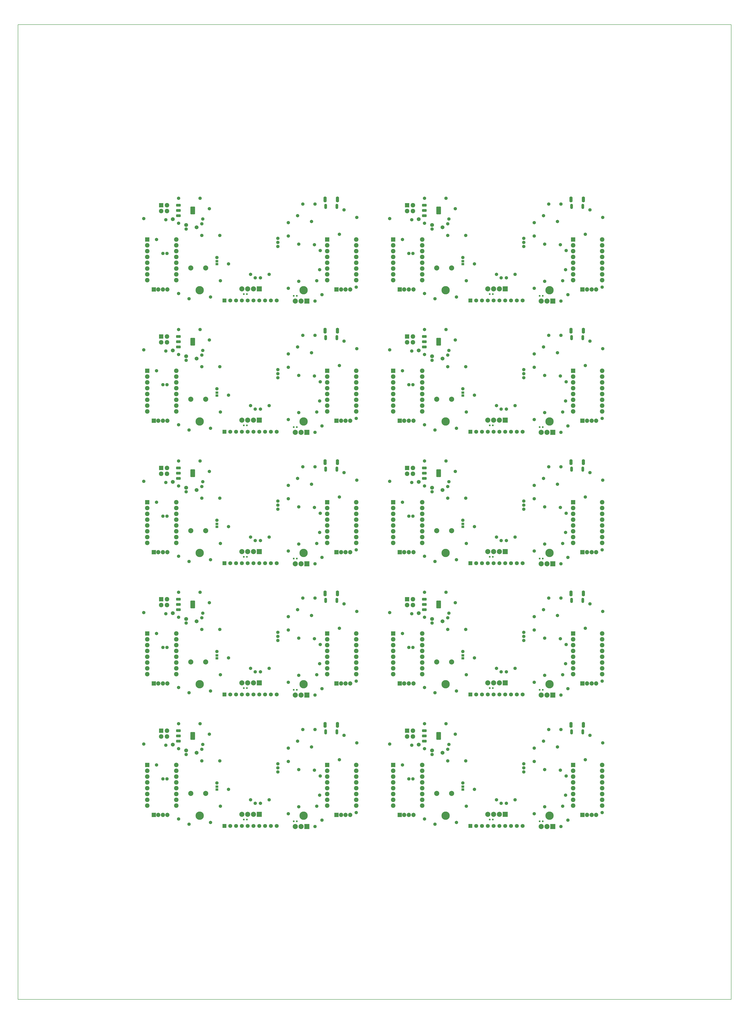
<source format=gbs>
%FSTAX23Y23*%
%MOIN*%
%SFA1B1*%

%IPPOS*%
%AMD91*
4,1,8,0.038400,-0.015800,0.038400,0.015800,0.032500,0.021700,-0.032500,0.021700,-0.038400,0.015800,-0.038400,-0.015800,-0.032500,-0.021700,0.032500,-0.021700,0.038400,-0.015800,0.0*
1,1,0.011900,0.032500,-0.015800*
1,1,0.011900,0.032500,0.015800*
1,1,0.011900,-0.032500,0.015800*
1,1,0.011900,-0.032500,-0.015800*
%
%AMD92*
4,1,8,0.038400,-0.060900,0.038400,0.060900,0.032400,0.067000,-0.032400,0.067000,-0.038400,0.060900,-0.038400,-0.060900,-0.032400,-0.067000,0.032400,-0.067000,0.038400,-0.060900,0.0*
1,1,0.012140,0.032400,-0.060900*
1,1,0.012140,0.032400,0.060900*
1,1,0.012140,-0.032400,0.060900*
1,1,0.012140,-0.032400,-0.060900*
%
%ADD15C,0.005000*%
%ADD21R,0.025590X0.027560*%
%ADD54C,0.067060*%
%ADD56O,0.040000X0.057480*%
%ADD57O,0.055240X0.102490*%
%ADD58C,0.073000*%
%ADD59R,0.073000X0.073000*%
%ADD60C,0.088000*%
%ADD61R,0.088000X0.088000*%
%ADD62R,0.068000X0.068000*%
%ADD63C,0.068000*%
%ADD64C,0.008000*%
%ADD65C,0.078000*%
%ADD66R,0.078000X0.078000*%
%ADD67C,0.143430*%
%ADD68C,0.058000*%
%ADD89O,0.049340X0.090680*%
%ADD90R,0.045400X0.041470*%
G04~CAMADD=91~8~0.0~0.0~434.3~769.0~59.5~0.0~15~0.0~0.0~0.0~0.0~0~0.0~0.0~0.0~0.0~0~0.0~0.0~0.0~270.0~769.0~434.0*
%ADD91D91*%
G04~CAMADD=92~8~0.0~0.0~1339.8~769.0~60.7~0.0~15~0.0~0.0~0.0~0.0~0~0.0~0.0~0.0~0.0~0~0.0~0.0~0.0~270.0~770.0~1339.0*
%ADD92D92*%
%LNcontrolboardv1-1*%
%LPD*%
G54D21*
X03943Y03098D03*
G54D15*
X0Y0D02*
X12286D01*
Y16786*
X0*
Y0*
G54D21*
X0389Y03098D03*
X04803Y03068D03*
X0475D03*
G54D54*
X02666Y04388D03*
X03076Y04248D03*
X02896Y04288D03*
G54D56*
X05492Y04609D03*
X05301D03*
G54D57*
X05504Y04728D03*
X05289D03*
G54D58*
X02418Y03178D03*
X02496D03*
X02575D03*
X05566D03*
X05645D03*
X05724D03*
G54D59*
X02339Y03178D03*
X05488D03*
G54D60*
X03856Y03188D03*
X04056D03*
X03956D03*
X04776Y02978D03*
X04876D03*
X03232Y03548D03*
X02976D03*
G54D61*
X04156Y03188D03*
X04976Y02978D03*
G54D62*
X03556Y02988D03*
G54D63*
X03656Y02988D03*
X03756D03*
X03856D03*
X03956D03*
X04056D03*
X04156D03*
X04256D03*
X04356D03*
X04456D03*
G54D64*
X02976Y03548D03*
G54D65*
X02726Y04038D03*
Y03838D03*
Y03938D03*
Y03738D03*
Y03638D03*
Y03538D03*
Y03438D03*
Y03338D03*
X02226D03*
Y03438D03*
Y03538D03*
Y03638D03*
Y03738D03*
Y03838D03*
Y03938D03*
X05826Y04038D03*
Y03838D03*
Y03938D03*
Y03738D03*
Y03638D03*
Y03538D03*
Y03438D03*
Y03338D03*
X05326D03*
Y03438D03*
Y03538D03*
Y03638D03*
Y03738D03*
Y03838D03*
Y03938D03*
X02466Y04528D03*
X02566Y04628D03*
Y04528D03*
G54D66*
X02226Y04038D03*
X05326D03*
X02466Y04628D03*
G54D67*
X03129Y03165D03*
X04921D03*
G54D68*
X05536Y04128D03*
X02566Y03798D03*
X02496D03*
X02386Y04038D03*
X03426Y03728D03*
X02546Y04378D03*
X02896Y04218D03*
X04086Y03378D03*
X04006Y03438D03*
X05236Y03088D03*
X05116Y02978D03*
X04326Y03438D03*
X04176Y03378D03*
X04476Y03918D03*
X05056Y04348D03*
X04656Y04098D03*
X05106Y03948D03*
X02766Y03108D03*
X03626Y03618D03*
X03486Y03328D03*
X03316Y03048D03*
X03476Y04108D03*
X03166D03*
X02766Y04318D03*
X04656Y03198D03*
X04836Y03318D03*
X05196Y03518D03*
X05146Y03328D03*
X05826Y03218D03*
X03166Y04308D03*
X02166Y04398D03*
X02766Y04748D03*
X03136D03*
X04836Y03958D03*
X04906Y04648D03*
X05116D03*
X05616Y04548D03*
X05836Y04418D03*
X02946Y03018D03*
X05206Y03848D03*
X04816Y04448D03*
X04656Y04328D03*
X03184Y0439D03*
X03296Y04568D03*
X04476Y04058D03*
Y03988D03*
G54D89*
X05492Y04609D03*
X05301D03*
G54D90*
X03426Y03664D03*
Y03613D03*
G54D91*
X02763Y04448D03*
Y04538D03*
Y04629D03*
G54D92*
X0301Y04538D03*
G54D21*
X0818Y03098D03*
X08127D03*
X0904Y03068D03*
X08987D03*
G54D54*
X06904Y04388D03*
X07314Y04248D03*
X07134Y04288D03*
G54D56*
X09729Y04609D03*
X09538D03*
G54D57*
X09741Y04728D03*
X09526D03*
G54D58*
X06655Y03178D03*
X06734D03*
X06812D03*
X09804D03*
X09882D03*
X09961D03*
G54D59*
X06576Y03178D03*
X09725D03*
G54D60*
X08094Y03188D03*
X08294D03*
X08194D03*
X09014Y02978D03*
X09114D03*
X07469Y03548D03*
X07214D03*
G54D61*
X08394Y03188D03*
X09214Y02978D03*
G54D62*
X07794Y02988D03*
G54D63*
X07894Y02988D03*
X07994D03*
X08094D03*
X08194D03*
X08294D03*
X08394D03*
X08494D03*
X08594D03*
X08694D03*
G54D64*
X07214Y03548D03*
G54D65*
X06964Y04038D03*
Y03838D03*
Y03938D03*
Y03738D03*
Y03638D03*
Y03538D03*
Y03438D03*
Y03338D03*
X06464D03*
Y03438D03*
Y03538D03*
Y03638D03*
Y03738D03*
Y03838D03*
Y03938D03*
X10064Y04038D03*
Y03838D03*
Y03938D03*
Y03738D03*
Y03638D03*
Y03538D03*
Y03438D03*
Y03338D03*
X09564D03*
Y03438D03*
Y03538D03*
Y03638D03*
Y03738D03*
Y03838D03*
Y03938D03*
X06704Y04528D03*
X06804Y04628D03*
Y04528D03*
G54D66*
X06464Y04038D03*
X09564D03*
X06704Y04628D03*
G54D67*
X07366Y03165D03*
X09158D03*
G54D68*
X09774Y04128D03*
X06804Y03798D03*
X06734D03*
X06624Y04038D03*
X07664Y03728D03*
X06784Y04378D03*
X07134Y04218D03*
X08324Y03378D03*
X08244Y03438D03*
X09474Y03088D03*
X09354Y02978D03*
X08564Y03438D03*
X08414Y03378D03*
X08714Y03918D03*
X09294Y04348D03*
X08894Y04098D03*
X09344Y03948D03*
X07004Y03108D03*
X07864Y03618D03*
X07724Y03328D03*
X07554Y03048D03*
X07714Y04108D03*
X07404D03*
X07004Y04318D03*
X08894Y03198D03*
X09074Y03318D03*
X09434Y03518D03*
X09384Y03328D03*
X10064Y03218D03*
X07404Y04308D03*
X06404Y04398D03*
X07004Y04748D03*
X07374D03*
X09074Y03958D03*
X09144Y04648D03*
X09354D03*
X09854Y04548D03*
X10074Y04418D03*
X07184Y03018D03*
X09444Y03848D03*
X09054Y04448D03*
X08894Y04328D03*
X07422Y0439D03*
X07534Y04568D03*
X08714Y04058D03*
Y03988D03*
G54D89*
X09729Y04609D03*
X09538D03*
G54D90*
X07664Y03664D03*
Y03613D03*
G54D91*
X07Y04448D03*
Y04538D03*
Y04629D03*
G54D92*
X07247Y04538D03*
G54D21*
X03943Y0536D03*
X0389D03*
X04803Y0533D03*
X0475D03*
G54D54*
X02666Y0665D03*
X03076Y0651D03*
X02896Y0655D03*
G54D56*
X05492Y06871D03*
X05301D03*
G54D57*
X05504Y0699D03*
X05289D03*
G54D58*
X02418Y0544D03*
X02496D03*
X02575D03*
X05566D03*
X05645D03*
X05724D03*
G54D59*
X02339Y0544D03*
X05488D03*
G54D60*
X03856Y0545D03*
X04056D03*
X03956D03*
X04776Y0524D03*
X04876D03*
X03232Y0581D03*
X02976D03*
G54D61*
X04156Y0545D03*
X04976Y0524D03*
G54D62*
X03556Y0525D03*
G54D63*
X03656Y0525D03*
X03756D03*
X03856D03*
X03956D03*
X04056D03*
X04156D03*
X04256D03*
X04356D03*
X04456D03*
G54D64*
X02976Y0581D03*
G54D65*
X02726Y063D03*
Y061D03*
Y062D03*
Y06D03*
Y059D03*
Y058D03*
Y057D03*
Y056D03*
X02226D03*
Y057D03*
Y058D03*
Y059D03*
Y06D03*
Y061D03*
Y062D03*
X05826Y063D03*
Y061D03*
Y062D03*
Y06D03*
Y059D03*
Y058D03*
Y057D03*
Y056D03*
X05326D03*
Y057D03*
Y058D03*
Y059D03*
Y06D03*
Y061D03*
Y062D03*
X02466Y0679D03*
X02566Y0689D03*
Y0679D03*
G54D66*
X02226Y063D03*
X05326D03*
X02466Y0689D03*
G54D67*
X03129Y05427D03*
X04921D03*
G54D68*
X05536Y0639D03*
X02566Y0606D03*
X02496D03*
X02386Y063D03*
X03426Y0599D03*
X02546Y0664D03*
X02896Y0648D03*
X04086Y0564D03*
X04006Y057D03*
X05236Y0535D03*
X05116Y0524D03*
X04326Y057D03*
X04176Y0564D03*
X04476Y0618D03*
X05056Y0661D03*
X04656Y0636D03*
X05106Y0621D03*
X02766Y0537D03*
X03626Y0588D03*
X03486Y0559D03*
X03316Y0531D03*
X03476Y0637D03*
X03166D03*
X02766Y0658D03*
X04656Y0546D03*
X04836Y0558D03*
X05196Y0578D03*
X05146Y0559D03*
X05826Y0548D03*
X03166Y0657D03*
X02166Y0666D03*
X02766Y0701D03*
X03136D03*
X04836Y0622D03*
X04906Y0691D03*
X05116D03*
X05616Y0681D03*
X05836Y0668D03*
X02946Y0528D03*
X05206Y0611D03*
X04816Y0671D03*
X04656Y0659D03*
X03184Y06652D03*
X03296Y0683D03*
X04476Y0632D03*
Y0625D03*
G54D89*
X05492Y06871D03*
X05301D03*
G54D90*
X03426Y05926D03*
Y05875D03*
G54D91*
X02763Y0671D03*
Y068D03*
Y06891D03*
G54D92*
X0301Y068D03*
G54D21*
X0818Y0536D03*
X08127D03*
X0904Y0533D03*
X08987D03*
G54D54*
X06904Y0665D03*
X07314Y0651D03*
X07134Y0655D03*
G54D56*
X09729Y06871D03*
X09538D03*
G54D57*
X09741Y0699D03*
X09526D03*
G54D58*
X06655Y0544D03*
X06734D03*
X06812D03*
X09804D03*
X09882D03*
X09961D03*
G54D59*
X06576Y0544D03*
X09725D03*
G54D60*
X08094Y0545D03*
X08294D03*
X08194D03*
X09014Y0524D03*
X09114D03*
X07469Y0581D03*
X07214D03*
G54D61*
X08394Y0545D03*
X09214Y0524D03*
G54D62*
X07794Y0525D03*
G54D63*
X07894Y0525D03*
X07994D03*
X08094D03*
X08194D03*
X08294D03*
X08394D03*
X08494D03*
X08594D03*
X08694D03*
G54D64*
X07214Y0581D03*
G54D65*
X06964Y063D03*
Y061D03*
Y062D03*
Y06D03*
Y059D03*
Y058D03*
Y057D03*
Y056D03*
X06464D03*
Y057D03*
Y058D03*
Y059D03*
Y06D03*
Y061D03*
Y062D03*
X10064Y063D03*
Y061D03*
Y062D03*
Y06D03*
Y059D03*
Y058D03*
Y057D03*
Y056D03*
X09564D03*
Y057D03*
Y058D03*
Y059D03*
Y06D03*
Y061D03*
Y062D03*
X06704Y0679D03*
X06804Y0689D03*
Y0679D03*
G54D66*
X06464Y063D03*
X09564D03*
X06704Y0689D03*
G54D67*
X07366Y05427D03*
X09158D03*
G54D68*
X09774Y0639D03*
X06804Y0606D03*
X06734D03*
X06624Y063D03*
X07664Y0599D03*
X06784Y0664D03*
X07134Y0648D03*
X08324Y0564D03*
X08244Y057D03*
X09474Y0535D03*
X09354Y0524D03*
X08564Y057D03*
X08414Y0564D03*
X08714Y0618D03*
X09294Y0661D03*
X08894Y0636D03*
X09344Y0621D03*
X07004Y0537D03*
X07864Y0588D03*
X07724Y0559D03*
X07554Y0531D03*
X07714Y0637D03*
X07404D03*
X07004Y0658D03*
X08894Y0546D03*
X09074Y0558D03*
X09434Y0578D03*
X09384Y0559D03*
X10064Y0548D03*
X07404Y0657D03*
X06404Y0666D03*
X07004Y0701D03*
X07374D03*
X09074Y0622D03*
X09144Y0691D03*
X09354D03*
X09854Y0681D03*
X10074Y0668D03*
X07184Y0528D03*
X09444Y0611D03*
X09054Y0671D03*
X08894Y0659D03*
X07422Y06652D03*
X07534Y0683D03*
X08714Y0632D03*
Y0625D03*
G54D89*
X09729Y06871D03*
X09538D03*
G54D90*
X07664Y05926D03*
Y05875D03*
G54D91*
X07Y0671D03*
Y068D03*
Y06891D03*
G54D92*
X07247Y068D03*
G54D21*
X03943Y07622D03*
X0389D03*
X04803Y07592D03*
X0475D03*
G54D54*
X02666Y08912D03*
X03076Y08772D03*
X02896Y08812D03*
G54D56*
X05492Y09132D03*
X05301D03*
G54D57*
X05504Y09252D03*
X05289D03*
G54D58*
X02418Y07702D03*
X02496D03*
X02575D03*
X05566D03*
X05645D03*
X05724D03*
G54D59*
X02339Y07702D03*
X05488D03*
G54D60*
X03856Y07712D03*
X04056D03*
X03956D03*
X04776Y07502D03*
X04876D03*
X03232Y08072D03*
X02976D03*
G54D61*
X04156Y07712D03*
X04976Y07502D03*
G54D62*
X03556Y07512D03*
G54D63*
X03656Y07512D03*
X03756D03*
X03856D03*
X03956D03*
X04056D03*
X04156D03*
X04256D03*
X04356D03*
X04456D03*
G54D64*
X02976Y08072D03*
G54D65*
X02726Y08562D03*
Y08362D03*
Y08462D03*
Y08262D03*
Y08162D03*
Y08062D03*
Y07962D03*
Y07862D03*
X02226D03*
Y07962D03*
Y08062D03*
Y08162D03*
Y08262D03*
Y08362D03*
Y08462D03*
X05826Y08562D03*
Y08362D03*
Y08462D03*
Y08262D03*
Y08162D03*
Y08062D03*
Y07962D03*
Y07862D03*
X05326D03*
Y07962D03*
Y08062D03*
Y08162D03*
Y08262D03*
Y08362D03*
Y08462D03*
X02466Y09052D03*
X02566Y09152D03*
Y09052D03*
G54D66*
X02226Y08562D03*
X05326D03*
X02466Y09152D03*
G54D67*
X03129Y07689D03*
X04921D03*
G54D68*
X05536Y08652D03*
X02566Y08322D03*
X02496D03*
X02386Y08562D03*
X03426Y08252D03*
X02546Y08902D03*
X02896Y08742D03*
X04086Y07902D03*
X04006Y07962D03*
X05236Y07612D03*
X05116Y07502D03*
X04326Y07962D03*
X04176Y07902D03*
X04476Y08442D03*
X05056Y08872D03*
X04656Y08622D03*
X05106Y08472D03*
X02766Y07632D03*
X03626Y08142D03*
X03486Y07852D03*
X03316Y07572D03*
X03476Y08632D03*
X03166D03*
X02766Y08842D03*
X04656Y07722D03*
X04836Y07842D03*
X05196Y08042D03*
X05146Y07852D03*
X05826Y07742D03*
X03166Y08832D03*
X02166Y08922D03*
X02766Y09272D03*
X03136D03*
X04836Y08482D03*
X04906Y09172D03*
X05116D03*
X05616Y09072D03*
X05836Y08942D03*
X02946Y07542D03*
X05206Y08372D03*
X04816Y08972D03*
X04656Y08852D03*
X03184Y08914D03*
X03296Y09092D03*
X04476Y08582D03*
Y08512D03*
G54D89*
X05492Y09132D03*
X05301D03*
G54D90*
X03426Y08188D03*
Y08137D03*
G54D91*
X02763Y08971D03*
Y09062D03*
Y09152D03*
G54D92*
X0301Y09062D03*
G54D21*
X0818Y07622D03*
X08127D03*
X0904Y07592D03*
X08987D03*
G54D54*
X06904Y08912D03*
X07314Y08772D03*
X07134Y08812D03*
G54D56*
X09729Y09132D03*
X09538D03*
G54D57*
X09741Y09252D03*
X09526D03*
G54D58*
X06655Y07702D03*
X06734D03*
X06812D03*
X09804D03*
X09882D03*
X09961D03*
G54D59*
X06576Y07702D03*
X09725D03*
G54D60*
X08094Y07712D03*
X08294D03*
X08194D03*
X09014Y07502D03*
X09114D03*
X07469Y08072D03*
X07214D03*
G54D61*
X08394Y07712D03*
X09214Y07502D03*
G54D62*
X07794Y07512D03*
G54D63*
X07894Y07512D03*
X07994D03*
X08094D03*
X08194D03*
X08294D03*
X08394D03*
X08494D03*
X08594D03*
X08694D03*
G54D64*
X07214Y08072D03*
G54D65*
X06964Y08562D03*
Y08362D03*
Y08462D03*
Y08262D03*
Y08162D03*
Y08062D03*
Y07962D03*
Y07862D03*
X06464D03*
Y07962D03*
Y08062D03*
Y08162D03*
Y08262D03*
Y08362D03*
Y08462D03*
X10064Y08562D03*
Y08362D03*
Y08462D03*
Y08262D03*
Y08162D03*
Y08062D03*
Y07962D03*
Y07862D03*
X09564D03*
Y07962D03*
Y08062D03*
Y08162D03*
Y08262D03*
Y08362D03*
Y08462D03*
X06704Y09052D03*
X06804Y09152D03*
Y09052D03*
G54D66*
X06464Y08562D03*
X09564D03*
X06704Y09152D03*
G54D67*
X07366Y07689D03*
X09158D03*
G54D68*
X09774Y08652D03*
X06804Y08322D03*
X06734D03*
X06624Y08562D03*
X07664Y08252D03*
X06784Y08902D03*
X07134Y08742D03*
X08324Y07902D03*
X08244Y07962D03*
X09474Y07612D03*
X09354Y07502D03*
X08564Y07962D03*
X08414Y07902D03*
X08714Y08442D03*
X09294Y08872D03*
X08894Y08622D03*
X09344Y08472D03*
X07004Y07632D03*
X07864Y08142D03*
X07724Y07852D03*
X07554Y07572D03*
X07714Y08632D03*
X07404D03*
X07004Y08842D03*
X08894Y07722D03*
X09074Y07842D03*
X09434Y08042D03*
X09384Y07852D03*
X10064Y07742D03*
X07404Y08832D03*
X06404Y08922D03*
X07004Y09272D03*
X07374D03*
X09074Y08482D03*
X09144Y09172D03*
X09354D03*
X09854Y09072D03*
X10074Y08942D03*
X07184Y07542D03*
X09444Y08372D03*
X09054Y08972D03*
X08894Y08852D03*
X07422Y08914D03*
X07534Y09092D03*
X08714Y08582D03*
Y08512D03*
G54D89*
X09729Y09132D03*
X09538D03*
G54D90*
X07664Y08188D03*
Y08137D03*
G54D91*
X07Y08971D03*
Y09062D03*
Y09152D03*
G54D92*
X07247Y09062D03*
G54D21*
X03943Y09884D03*
X0389D03*
X04803Y09854D03*
X0475D03*
G54D54*
X02666Y11174D03*
X03076Y11034D03*
X02896Y11074D03*
G54D56*
X05492Y11394D03*
X05301D03*
G54D57*
X05504Y11514D03*
X05289D03*
G54D58*
X02418Y09964D03*
X02496D03*
X02575D03*
X05566D03*
X05645D03*
X05724D03*
G54D59*
X02339Y09964D03*
X05488D03*
G54D60*
X03856Y09974D03*
X04056D03*
X03956D03*
X04776Y09764D03*
X04876D03*
X03232Y10334D03*
X02976D03*
G54D61*
X04156Y09974D03*
X04976Y09764D03*
G54D62*
X03556Y09774D03*
G54D63*
X03656Y09774D03*
X03756D03*
X03856D03*
X03956D03*
X04056D03*
X04156D03*
X04256D03*
X04356D03*
X04456D03*
G54D64*
X02976Y10334D03*
G54D65*
X02726Y10824D03*
Y10624D03*
Y10724D03*
Y10524D03*
Y10424D03*
Y10324D03*
Y10224D03*
Y10124D03*
X02226D03*
Y10224D03*
Y10324D03*
Y10424D03*
Y10524D03*
Y10624D03*
Y10724D03*
X05826Y10824D03*
Y10624D03*
Y10724D03*
Y10524D03*
Y10424D03*
Y10324D03*
Y10224D03*
Y10124D03*
X05326D03*
Y10224D03*
Y10324D03*
Y10424D03*
Y10524D03*
Y10624D03*
Y10724D03*
X02466Y11314D03*
X02566Y11414D03*
Y11314D03*
G54D66*
X02226Y10824D03*
X05326D03*
X02466Y11414D03*
G54D67*
X03129Y0995D03*
X04921D03*
G54D68*
X05536Y10914D03*
X02566Y10584D03*
X02496D03*
X02386Y10824D03*
X03426Y10514D03*
X02546Y11164D03*
X02896Y11004D03*
X04086Y10164D03*
X04006Y10224D03*
X05236Y09874D03*
X05116Y09764D03*
X04326Y10224D03*
X04176Y10164D03*
X04476Y10704D03*
X05056Y11134D03*
X04656Y10884D03*
X05106Y10734D03*
X02766Y09894D03*
X03626Y10404D03*
X03486Y10114D03*
X03316Y09834D03*
X03476Y10894D03*
X03166D03*
X02766Y11104D03*
X04656Y09984D03*
X04836Y10104D03*
X05196Y10304D03*
X05146Y10114D03*
X05826Y10004D03*
X03166Y11094D03*
X02166Y11184D03*
X02766Y11534D03*
X03136D03*
X04836Y10744D03*
X04906Y11434D03*
X05116D03*
X05616Y11334D03*
X05836Y11204D03*
X02946Y09804D03*
X05206Y10634D03*
X04816Y11234D03*
X04656Y11114D03*
X03184Y11176D03*
X03296Y11354D03*
X04476Y10844D03*
Y10774D03*
G54D89*
X05492Y11394D03*
X05301D03*
G54D90*
X03426Y10449D03*
Y10398D03*
G54D91*
X02763Y11233D03*
Y11324D03*
Y11414D03*
G54D92*
X0301Y11324D03*
G54D21*
X0818Y09884D03*
X08127D03*
X0904Y09854D03*
X08987D03*
G54D54*
X06904Y11174D03*
X07314Y11034D03*
X07134Y11074D03*
G54D56*
X09729Y11394D03*
X09538D03*
G54D57*
X09741Y11514D03*
X09526D03*
G54D58*
X06655Y09964D03*
X06734D03*
X06812D03*
X09804D03*
X09882D03*
X09961D03*
G54D59*
X06576Y09964D03*
X09725D03*
G54D60*
X08094Y09974D03*
X08294D03*
X08194D03*
X09014Y09764D03*
X09114D03*
X07469Y10334D03*
X07214D03*
G54D61*
X08394Y09974D03*
X09214Y09764D03*
G54D62*
X07794Y09774D03*
G54D63*
X07894Y09774D03*
X07994D03*
X08094D03*
X08194D03*
X08294D03*
X08394D03*
X08494D03*
X08594D03*
X08694D03*
G54D64*
X07214Y10334D03*
G54D65*
X06964Y10824D03*
Y10624D03*
Y10724D03*
Y10524D03*
Y10424D03*
Y10324D03*
Y10224D03*
Y10124D03*
X06464D03*
Y10224D03*
Y10324D03*
Y10424D03*
Y10524D03*
Y10624D03*
Y10724D03*
X10064Y10824D03*
Y10624D03*
Y10724D03*
Y10524D03*
Y10424D03*
Y10324D03*
Y10224D03*
Y10124D03*
X09564D03*
Y10224D03*
Y10324D03*
Y10424D03*
Y10524D03*
Y10624D03*
Y10724D03*
X06704Y11314D03*
X06804Y11414D03*
Y11314D03*
G54D66*
X06464Y10824D03*
X09564D03*
X06704Y11414D03*
G54D67*
X07366Y0995D03*
X09158D03*
G54D68*
X09774Y10914D03*
X06804Y10584D03*
X06734D03*
X06624Y10824D03*
X07664Y10514D03*
X06784Y11164D03*
X07134Y11004D03*
X08324Y10164D03*
X08244Y10224D03*
X09474Y09874D03*
X09354Y09764D03*
X08564Y10224D03*
X08414Y10164D03*
X08714Y10704D03*
X09294Y11134D03*
X08894Y10884D03*
X09344Y10734D03*
X07004Y09894D03*
X07864Y10404D03*
X07724Y10114D03*
X07554Y09834D03*
X07714Y10894D03*
X07404D03*
X07004Y11104D03*
X08894Y09984D03*
X09074Y10104D03*
X09434Y10304D03*
X09384Y10114D03*
X10064Y10004D03*
X07404Y11094D03*
X06404Y11184D03*
X07004Y11534D03*
X07374D03*
X09074Y10744D03*
X09144Y11434D03*
X09354D03*
X09854Y11334D03*
X10074Y11204D03*
X07184Y09804D03*
X09444Y10634D03*
X09054Y11234D03*
X08894Y11114D03*
X07422Y11176D03*
X07534Y11354D03*
X08714Y10844D03*
Y10774D03*
G54D89*
X09729Y11394D03*
X09538D03*
G54D90*
X07664Y10449D03*
Y10398D03*
G54D91*
X07Y11233D03*
Y11324D03*
Y11414D03*
G54D92*
X07247Y11324D03*
G54D21*
X03943Y12146D03*
X0389D03*
X04803Y12116D03*
X0475D03*
G54D54*
X02666Y13436D03*
X03076Y13296D03*
X02896Y13336D03*
G54D56*
X05492Y13656D03*
X05301D03*
G54D57*
X05504Y13776D03*
X05289D03*
G54D58*
X02418Y12226D03*
X02496D03*
X02575D03*
X05566D03*
X05645D03*
X05724D03*
G54D59*
X02339Y12226D03*
X05488D03*
G54D60*
X03856Y12236D03*
X04056D03*
X03956D03*
X04776Y12026D03*
X04876D03*
X03232Y12596D03*
X02976D03*
G54D61*
X04156Y12236D03*
X04976Y12026D03*
G54D62*
X03556Y12036D03*
G54D63*
X03656Y12036D03*
X03756D03*
X03856D03*
X03956D03*
X04056D03*
X04156D03*
X04256D03*
X04356D03*
X04456D03*
G54D64*
X02976Y12596D03*
G54D65*
X02726Y13086D03*
Y12886D03*
Y12986D03*
Y12786D03*
Y12686D03*
Y12586D03*
Y12486D03*
Y12386D03*
X02226D03*
Y12486D03*
Y12586D03*
Y12686D03*
Y12786D03*
Y12886D03*
Y12986D03*
X05826Y13086D03*
Y12886D03*
Y12986D03*
Y12786D03*
Y12686D03*
Y12586D03*
Y12486D03*
Y12386D03*
X05326D03*
Y12486D03*
Y12586D03*
Y12686D03*
Y12786D03*
Y12886D03*
Y12986D03*
X02466Y13576D03*
X02566Y13676D03*
Y13576D03*
G54D66*
X02226Y13086D03*
X05326D03*
X02466Y13676D03*
G54D67*
X03129Y12212D03*
X04921D03*
G54D68*
X05536Y13176D03*
X02566Y12846D03*
X02496D03*
X02386Y13086D03*
X03426Y12776D03*
X02546Y13426D03*
X02896Y13266D03*
X04086Y12426D03*
X04006Y12486D03*
X05236Y12136D03*
X05116Y12026D03*
X04326Y12486D03*
X04176Y12426D03*
X04476Y12966D03*
X05056Y13396D03*
X04656Y13146D03*
X05106Y12996D03*
X02766Y12156D03*
X03626Y12666D03*
X03486Y12376D03*
X03316Y12096D03*
X03476Y13156D03*
X03166D03*
X02766Y13366D03*
X04656Y12246D03*
X04836Y12366D03*
X05196Y12566D03*
X05146Y12376D03*
X05826Y12266D03*
X03166Y13356D03*
X02166Y13446D03*
X02766Y13796D03*
X03136D03*
X04836Y13006D03*
X04906Y13696D03*
X05116D03*
X05616Y13596D03*
X05836Y13466D03*
X02946Y12066D03*
X05206Y12896D03*
X04816Y13496D03*
X04656Y13376D03*
X03184Y13438D03*
X03296Y13616D03*
X04476Y13106D03*
Y13036D03*
G54D89*
X05492Y13656D03*
X05301D03*
G54D90*
X03426Y12711D03*
Y1266D03*
G54D91*
X02763Y13495D03*
Y13586D03*
Y13676D03*
G54D92*
X0301Y13586D03*
G54D21*
X0818Y12146D03*
X08127D03*
X0904Y12116D03*
X08987D03*
G54D54*
X06904Y13436D03*
X07314Y13296D03*
X07134Y13336D03*
G54D56*
X09729Y13656D03*
X09538D03*
G54D57*
X09741Y13776D03*
X09526D03*
G54D58*
X06655Y12226D03*
X06734D03*
X06812D03*
X09804D03*
X09882D03*
X09961D03*
G54D59*
X06576Y12226D03*
X09725D03*
G54D60*
X08094Y12236D03*
X08294D03*
X08194D03*
X09014Y12026D03*
X09114D03*
X07469Y12596D03*
X07214D03*
G54D61*
X08394Y12236D03*
X09214Y12026D03*
G54D62*
X07794Y12036D03*
G54D63*
X07894Y12036D03*
X07994D03*
X08094D03*
X08194D03*
X08294D03*
X08394D03*
X08494D03*
X08594D03*
X08694D03*
G54D64*
X07214Y12596D03*
G54D65*
X06964Y13086D03*
Y12886D03*
Y12986D03*
Y12786D03*
Y12686D03*
Y12586D03*
Y12486D03*
Y12386D03*
X06464D03*
Y12486D03*
Y12586D03*
Y12686D03*
Y12786D03*
Y12886D03*
Y12986D03*
X10064Y13086D03*
Y12886D03*
Y12986D03*
Y12786D03*
Y12686D03*
Y12586D03*
Y12486D03*
Y12386D03*
X09564D03*
Y12486D03*
Y12586D03*
Y12686D03*
Y12786D03*
Y12886D03*
Y12986D03*
X06704Y13576D03*
X06804Y13676D03*
Y13576D03*
G54D66*
X06464Y13086D03*
X09564D03*
X06704Y13676D03*
G54D67*
X07366Y12212D03*
X09158D03*
G54D68*
X09774Y13176D03*
X06804Y12846D03*
X06734D03*
X06624Y13086D03*
X07664Y12776D03*
X06784Y13426D03*
X07134Y13266D03*
X08324Y12426D03*
X08244Y12486D03*
X09474Y12136D03*
X09354Y12026D03*
X08564Y12486D03*
X08414Y12426D03*
X08714Y12966D03*
X09294Y13396D03*
X08894Y13146D03*
X09344Y12996D03*
X07004Y12156D03*
X07864Y12666D03*
X07724Y12376D03*
X07554Y12096D03*
X07714Y13156D03*
X07404D03*
X07004Y13366D03*
X08894Y12246D03*
X09074Y12366D03*
X09434Y12566D03*
X09384Y12376D03*
X10064Y12266D03*
X07404Y13356D03*
X06404Y13446D03*
X07004Y13796D03*
X07374D03*
X09074Y13006D03*
X09144Y13696D03*
X09354D03*
X09854Y13596D03*
X10074Y13466D03*
X07184Y12066D03*
X09444Y12896D03*
X09054Y13496D03*
X08894Y13376D03*
X07422Y13438D03*
X07534Y13616D03*
X08714Y13106D03*
Y13036D03*
G54D89*
X09729Y13656D03*
X09538D03*
G54D90*
X07664Y12711D03*
Y1266D03*
G54D91*
X07Y13495D03*
Y13586D03*
Y13676D03*
G54D92*
X07247Y13586D03*
M02*
</source>
